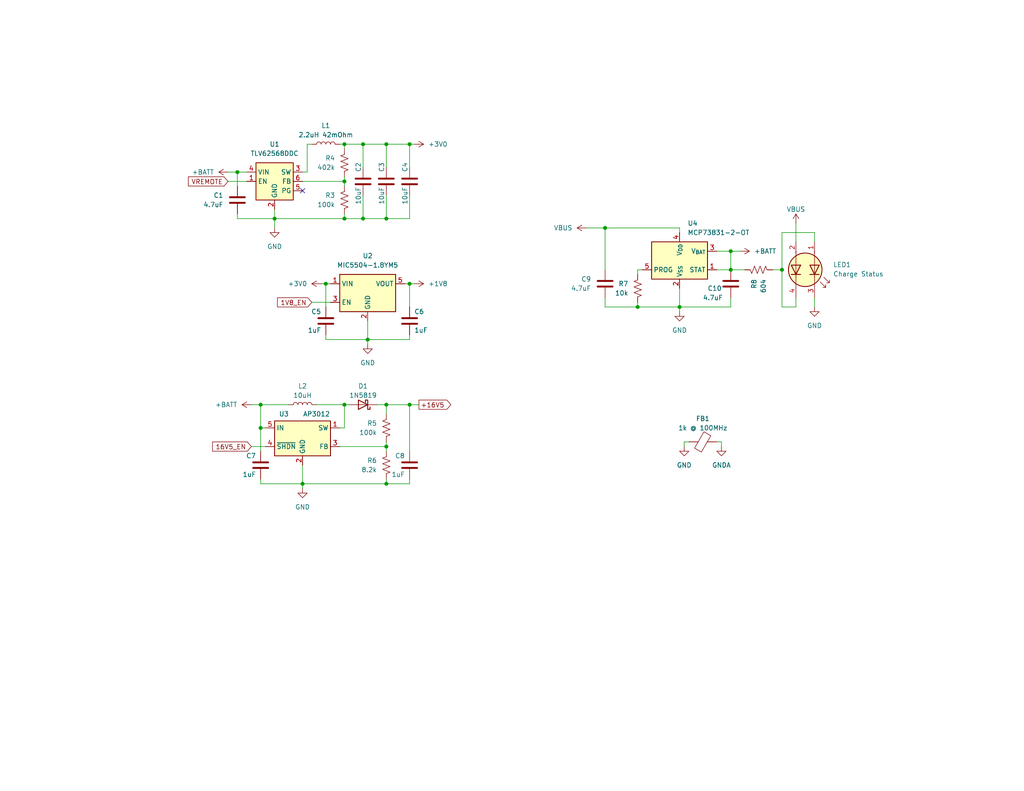
<source format=kicad_sch>
(kicad_sch (version 20230121) (generator eeschema)
  (paper "USLetter")
  (lib_symbols
    (symbol "Battery_Management:MCP73831-2-OT"
      (property "Reference" "U" (at -7.62 6.35 0))
      (property "Value" "MCP73831-2-OT" (at 1.27 6.35 0))
      (symbol "MCP73831-2-OT_0_1"
        (rectangle (start -7.62 5.08) (end 7.62 -5.08) (stroke (width 0.254)) (fill (type background)))
      )
      (symbol "MCP73831-2-OT_1_1"
        (pin output line (at 10.16 -2.54 180) (length 2.54) (name "STAT") (number "1"))
        (pin power_in line (at 0 -7.62 90) (length 2.54) (name "V_{SS}") (number "2"))
        (pin power_out line (at 10.16 2.54 180) (length 2.54) (name "V_{BAT}") (number "3"))
        (pin power_in line (at 0 7.62 270) (length 2.54) (name "V_{DD}") (number "4"))
        (pin input line (at -10.16 -2.54 0) (length 2.54) (name "PROG") (number "5"))
      )
    )
    (symbol "Device:C" (pin_numbers hide) (pin_names (offset 0.254))
      (property "Reference" "C" (at 0.635 2.54 0))
      (property "Value" "C" (at 0.635 -2.54 0))
      (symbol "C_0_1"
        (polyline (pts (xy -2.032 -0.762) (xy 2.032 -0.762)) (stroke (width 0.508)))
        (polyline (pts (xy -2.032 0.762) (xy 2.032 0.762)) (stroke (width 0.508)))
      )
      (symbol "C_1_1"
        (pin passive line (at 0 3.81 270) (length 2.794) (name "~") (number "1"))
        (pin passive line (at 0 -3.81 90) (length 2.794) (name "~") (number "2"))
      )
    )
    (symbol "Device:FerriteBead" (pin_numbers hide) (pin_names (offset 0))
      (property "Reference" "FB" (at -3.81 0.635 90))
      (property "Value" "FerriteBead" (at 3.81 0 90))
      (symbol "FerriteBead_0_1"
        (polyline (pts (xy 0 -1.27) (xy 0 -1.2192)))
        (polyline (pts (xy 0 1.27) (xy 0 1.2954)))
        (polyline (pts (xy -2.7686 0.4064) (xy -1.7018 2.2606) (xy 2.7686 -0.3048) (xy 1.6764 -2.159) (xy -2.7686 0.4064)))
      )
      (symbol "FerriteBead_1_1"
        (pin passive line (at 0 3.81 270) (length 2.54) (name "~") (number "1"))
        (pin passive line (at 0 -3.81 90) (length 2.54) (name "~") (number "2"))
      )
    )
    (symbol "Device:L" (pin_numbers hide) (pin_names (offset 1.016) hide)
      (property "Reference" "L" (at -1.27 0 90))
      (property "Value" "L" (at 1.905 0 90))
      (symbol "L_0_1"
        (arc (start 0 -2.54) (mid 0.6323 -1.905) (end 0 -1.27))
        (arc (start 0 -1.27) (mid 0.6323 -0.635) (end 0 0))
        (arc (start 0 0) (mid 0.6323 0.635) (end 0 1.27))
        (arc (start 0 1.27) (mid 0.6323 1.905) (end 0 2.54))
      )
      (symbol "L_1_1"
        (pin passive line (at 0 3.81 270) (length 1.27) (name "1") (number "1"))
        (pin passive line (at 0 -3.81 90) (length 1.27) (name "2") (number "2"))
      )
    )
    (symbol "Device:LED_Dual_AAKK" (pin_names (offset 0) hide)
      (property "Reference" "D" (at 0 5.715 0))
      (property "Value" "LED_Dual_AAKK" (at 0 -6.35 0))
      (symbol "LED_Dual_AAKK_0_1"
        (polyline (pts (xy -5.08 -2.54) (xy 2.032 -2.54)))
        (polyline (pts (xy -5.08 2.54) (xy 2.032 2.54)))
        (polyline (pts (xy 1.27 -1.27) (xy 1.27 -3.81)) (stroke (width 0.254)))
        (polyline (pts (xy 1.27 3.81) (xy 1.27 1.27)) (stroke (width 0.254)))
        (polyline (pts (xy 3.81 -2.54) (xy 1.905 -2.54)))
        (polyline (pts (xy 3.81 2.54) (xy 1.905 2.54)))
        (polyline (pts (xy -1.27 -1.27) (xy -1.27 -3.81) (xy 1.27 -2.54) (xy -1.27 -1.27)) (stroke (width 0.254)))
        (polyline (pts (xy -1.27 3.81) (xy -1.27 1.27) (xy 1.27 2.54) (xy -1.27 3.81)) (stroke (width 0.254)))
        (polyline (pts (xy 2.032 5.08) (xy 3.556 6.604) (xy 2.794 6.604) (xy 3.556 6.604) (xy 3.556 5.842)))
        (polyline (pts (xy 3.302 4.064) (xy 4.826 5.588) (xy 4.064 5.588) (xy 4.826 5.588) (xy 4.826 4.826)))
        (circle (center 0 0) (radius 4.572) (stroke (width 0.254)) (fill (type background)))
      )
      (symbol "LED_Dual_AAKK_1_1"
        (pin input line (at -7.62 2.54 0) (length 3.048) (name "A1") (number "1"))
        (pin input line (at -7.62 -2.54 0) (length 3.048) (name "A2") (number "2"))
        (pin input line (at 7.62 2.54 180) (length 3.81) (name "K1") (number "3"))
        (pin input line (at 7.62 -2.54 180) (length 3.81) (name "K2") (number "4"))
      )
    )
    (symbol "Device:R_US" (pin_numbers hide) (pin_names (offset 0))
      (property "Reference" "R" (at 2.54 0 90))
      (property "Value" "R_US" (at -2.54 0 90))
      (symbol "R_US_0_1"
        (polyline (pts (xy 0 -2.286) (xy 0 -2.54)))
        (polyline (pts (xy 0 2.286) (xy 0 2.54)))
        (polyline (pts (xy 0 -0.762) (xy 1.016 -1.143) (xy 0 -1.524) (xy -1.016 -1.905) (xy 0 -2.286)))
        (polyline (pts (xy 0 0.762) (xy 1.016 0.381) (xy 0 0) (xy -1.016 -0.381) (xy 0 -0.762)))
        (polyline (pts (xy 0 2.286) (xy 1.016 1.905) (xy 0 1.524) (xy -1.016 1.143) (xy 0 0.762)))
      )
      (symbol "R_US_1_1"
        (pin passive line (at 0 3.81 270) (length 1.27) (name "~") (number "1"))
        (pin passive line (at 0 -3.81 90) (length 1.27) (name "~") (number "2"))
      )
    )
    (symbol "Diode:1N5819" (pin_numbers hide) (pin_names (offset 1.016) hide)
      (property "Reference" "D" (at 0 2.54 0))
      (property "Value" "1N5819" (at 0 -2.54 0))
      (symbol "1N5819_0_1"
        (polyline (pts (xy 1.27 0) (xy -1.27 0)))
        (polyline (pts (xy 1.27 1.27) (xy 1.27 -1.27) (xy -1.27 0) (xy 1.27 1.27)) (stroke (width 0.254)))
        (polyline (pts (xy -1.905 0.635) (xy -1.905 1.27) (xy -1.27 1.27) (xy -1.27 -1.27) (xy -0.635 -1.27) (xy -0.635 -0.635)) (stroke (width 0.254)))
      )
      (symbol "1N5819_1_1"
        (pin passive line (at -3.81 0 0) (length 2.54) (name "K") (number "1"))
        (pin passive line (at 3.81 0 180) (length 2.54) (name "A") (number "2"))
      )
    )
    (symbol "Regulator_Linear:MIC5504-1.8YM5"
      (property "Reference" "U" (at -7.62 8.89 0))
      (property "Value" "MIC5504-1.8YM5" (at -7.62 6.35 0))
      (symbol "MIC5504-1.8YM5_0_1"
        (rectangle (start -7.62 -5.08) (end 7.62 5.08) (stroke (width 0.254)) (fill (type background)))
      )
      (symbol "MIC5504-1.8YM5_1_1"
        (pin power_in line (at -10.16 2.54 0) (length 2.54) (name "VIN") (number "1"))
        (pin power_in line (at 0 -7.62 90) (length 2.54) (name "GND") (number "2"))
        (pin input line (at -10.16 -2.54 0) (length 2.54) (name "EN") (number "3"))
        (pin no_connect line (at 7.62 -2.54 180) (length 2.54) hide (name "NC") (number "4"))
        (pin power_out line (at 10.16 2.54 180) (length 2.54) (name "VOUT") (number "5"))
      )
    )
    (symbol "Regulator_Switching:AP3012"
      (property "Reference" "U" (at -7.62 5.715 0))
      (property "Value" "AP3012" (at 0 5.715 0))
      (symbol "AP3012_0_1"
        (rectangle (start -7.62 4.445) (end 7.62 -5.08) (stroke (width 0.254)) (fill (type background)))
      )
      (symbol "AP3012_1_1"
        (pin passive line (at 10.16 2.54 180) (length 2.54) (name "SW") (number "1"))
        (pin power_in line (at 0 -7.62 90) (length 2.54) (name "GND") (number "2"))
        (pin input line (at 10.16 -2.54 180) (length 2.54) (name "FB") (number "3"))
        (pin input line (at -10.16 -2.54 0) (length 2.54) (name "~{SHDN}") (number "4"))
        (pin power_in line (at -10.16 2.54 0) (length 2.54) (name "IN") (number "5"))
      )
    )
    (symbol "Regulator_Switching:TLV62568DDC"
      (property "Reference" "U" (at -5.08 6.35 0))
      (property "Value" "TLV62568DDC" (at 0 6.35 0))
      (symbol "TLV62568DDC_0_1"
        (rectangle (start -5.08 5.08) (end 5.08 -5.08) (stroke (width 0.254)) (fill (type background)))
      )
      (symbol "TLV62568DDC_1_1"
        (pin input line (at -7.62 0 0) (length 2.54) (name "EN") (number "1"))
        (pin power_in line (at 0 -7.62 90) (length 2.54) (name "GND") (number "2"))
        (pin power_out line (at 7.62 2.54 180) (length 2.54) (name "SW") (number "3"))
        (pin power_in line (at -7.62 2.54 0) (length 2.54) (name "VIN") (number "4"))
        (pin open_collector line (at 7.62 -2.54 180) (length 2.54) (name "PG") (number "5"))
        (pin input line (at 7.62 0 180) (length 2.54) (name "FB") (number "6"))
      )
    )
    (symbol "power:+1V8" (power) (pin_names (offset 0))
      (property "Value" "+1V8" (at 0 3.556 0))
      (symbol "+1V8_0_1"
        (polyline (pts (xy -0.762 1.27) (xy 0 2.54)))
        (polyline (pts (xy 0 0) (xy 0 2.54)))
        (polyline (pts (xy 0 2.54) (xy 0.762 1.27)))
      )
      (symbol "+1V8_1_1"
        (pin power_in line (at 0 0 90) (length 0) hide (name "+1V8") (number "1"))
      )
    )
    (symbol "power:+3V0" (power) (pin_names (offset 0))
      (property "Value" "+3V0" (at 0 3.556 0))
      (symbol "+3V0_0_1"
        (polyline (pts (xy -0.762 1.27) (xy 0 2.54)))
        (polyline (pts (xy 0 0) (xy 0 2.54)))
        (polyline (pts (xy 0 2.54) (xy 0.762 1.27)))
      )
      (symbol "+3V0_1_1"
        (pin power_in line (at 0 0 90) (length 0) hide (name "+3V0") (number "1"))
      )
    )
    (symbol "power:+BATT" (power) (pin_names (offset 0))
      (property "Value" "+BATT" (at 0 3.556 0))
      (symbol "+BATT_0_1"
        (polyline (pts (xy -0.762 1.27) (xy 0 2.54)))
        (polyline (pts (xy 0 0) (xy 0 2.54)))
        (polyline (pts (xy 0 2.54) (xy 0.762 1.27)))
      )
      (symbol "+BATT_1_1"
        (pin power_in line (at 0 0 90) (length 0) hide (name "+BATT") (number "1"))
      )
    )
    (symbol "power:GND" (power) (pin_names (offset 0))
      (property "Value" "GND" (at 0 -3.81 0))
      (symbol "GND_0_1"
        (polyline (pts (xy 0 0) (xy 0 -1.27) (xy 1.27 -1.27) (xy 0 -2.54) (xy -1.27 -1.27) (xy 0 -1.27)))
      )
      (symbol "GND_1_1"
        (pin power_in line (at 0 0 270) (length 0) hide (name "GND") (number "1"))
      )
    )
    (symbol "power:GNDA" (power) (pin_names (offset 0))
      (property "Value" "GNDA" (at 0 -3.81 0))
      (symbol "GNDA_0_1"
        (polyline (pts (xy 0 0) (xy 0 -1.27) (xy 1.27 -1.27) (xy 0 -2.54) (xy -1.27 -1.27) (xy 0 -1.27)))
      )
      (symbol "GNDA_1_1"
        (pin power_in line (at 0 0 270) (length 0) hide (name "GNDA") (number "1"))
      )
    )
    (symbol "power:VBUS" (power) (pin_names (offset 0))
      (property "Value" "VBUS" (at 0 3.81 0))
      (symbol "VBUS_0_1"
        (polyline (pts (xy -0.762 1.27) (xy 0 2.54)))
        (polyline (pts (xy 0 0) (xy 0 2.54)))
        (polyline (pts (xy 0 2.54) (xy 0.762 1.27)))
      )
      (symbol "VBUS_1_1"
        (pin power_in line (at 0 0 90) (length 0) hide (name "VBUS") (number "1"))
      )
    )
  )
  (junction (at 99.06 59.69))
  (junction (at 71.12 110.49))
  (junction (at 71.12 116.84))
  (junction (at 111.76 39.37))
  (junction (at 88.9 77.47))
  (junction (at 173.99 83.82))
  (junction (at 100.33 92.71))
  (junction (at 111.76 110.49))
  (junction (at 105.41 59.69))
  (junction (at 99.06 39.37))
  (junction (at 185.42 83.82))
  (junction (at 93.98 39.37))
  (junction (at 165.1 62.23))
  (junction (at 82.55 132.08))
  (junction (at 93.98 59.69))
  (junction (at 199.39 73.66))
  (junction (at 74.93 59.69))
  (junction (at 105.41 132.08))
  (junction (at 105.41 39.37))
  (junction (at 111.76 77.47))
  (junction (at 105.41 110.49))
  (junction (at 213.36 73.66))
  (junction (at 93.98 49.53))
  (junction (at 199.39 68.58))
  (junction (at 93.98 110.49))
  (junction (at 64.77 46.99))
  (junction (at 105.41 121.92))
  (no_connect (at 82.55 52.07))
  (wire (pts (xy 195.58 73.66) (xy 199.39 73.66)))
  (wire (pts (xy 105.41 121.92) (xy 105.41 120.65)))
  (wire (pts (xy 99.06 59.69) (xy 105.41 59.69)))
  (wire (pts (xy 92.71 121.92) (xy 105.41 121.92)))
  (wire (pts (xy 82.55 127) (xy 82.55 132.08)))
  (wire (pts (xy 105.41 110.49) (xy 111.76 110.49)))
  (wire (pts (xy 199.39 68.58) (xy 201.93 68.58)))
  (wire (pts (xy 105.41 121.92) (xy 105.41 123.19)))
  (wire (pts (xy 111.76 39.37) (xy 113.03 39.37)))
  (wire (pts (xy 85.09 82.55) (xy 90.17 82.55)))
  (wire (pts (xy 93.98 110.49) (xy 95.25 110.49)))
  (wire (pts (xy 100.33 87.63) (xy 100.33 92.71)))
  (wire (pts (xy 82.55 132.08) (xy 105.41 132.08)))
  (wire (pts (xy 93.98 49.53) (xy 93.98 50.8)))
  (wire (pts (xy 92.71 116.84) (xy 93.98 116.84)))
  (wire (pts (xy 105.41 59.69) (xy 111.76 59.69)))
  (wire (pts (xy 64.77 59.69) (xy 74.93 59.69)))
  (wire (pts (xy 185.42 78.74) (xy 185.42 83.82)))
  (wire (pts (xy 110.49 77.47) (xy 111.76 77.47)))
  (wire (pts (xy 196.85 120.65) (xy 196.85 121.92)))
  (wire (pts (xy 105.41 39.37) (xy 111.76 39.37)))
  (wire (pts (xy 100.33 92.71) (xy 100.33 93.98)))
  (wire (pts (xy 105.41 130.81) (xy 105.41 132.08)))
  (wire (pts (xy 93.98 59.69) (xy 99.06 59.69)))
  (wire (pts (xy 195.58 68.58) (xy 199.39 68.58)))
  (wire (pts (xy 71.12 110.49) (xy 78.74 110.49)))
  (wire (pts (xy 165.1 62.23) (xy 185.42 62.23)))
  (wire (pts (xy 213.36 83.82) (xy 217.17 83.82)))
  (wire (pts (xy 92.71 39.37) (xy 93.98 39.37)))
  (wire (pts (xy 173.99 73.66) (xy 173.99 74.93)))
  (wire (pts (xy 71.12 116.84) (xy 71.12 110.49)))
  (wire (pts (xy 71.12 116.84) (xy 72.39 116.84)))
  (wire (pts (xy 222.25 83.82) (xy 222.25 81.28)))
  (wire (pts (xy 85.09 39.37) (xy 83.82 39.37)))
  (wire (pts (xy 88.9 92.71) (xy 100.33 92.71)))
  (wire (pts (xy 83.82 39.37) (xy 83.82 46.99)))
  (wire (pts (xy 93.98 59.69) (xy 93.98 58.42)))
  (wire (pts (xy 64.77 46.99) (xy 64.77 50.8)))
  (wire (pts (xy 213.36 73.66) (xy 213.36 83.82)))
  (wire (pts (xy 185.42 63.5) (xy 185.42 62.23)))
  (wire (pts (xy 100.33 92.71) (xy 111.76 92.71)))
  (wire (pts (xy 186.69 120.65) (xy 186.69 121.92)))
  (wire (pts (xy 199.39 83.82) (xy 199.39 81.28)))
  (wire (pts (xy 111.76 92.71) (xy 111.76 91.44)))
  (wire (pts (xy 173.99 82.55) (xy 173.99 83.82)))
  (wire (pts (xy 93.98 39.37) (xy 99.06 39.37)))
  (wire (pts (xy 68.58 121.92) (xy 72.39 121.92)))
  (wire (pts (xy 213.36 63.5) (xy 222.25 63.5)))
  (wire (pts (xy 210.82 73.66) (xy 213.36 73.66)))
  (wire (pts (xy 173.99 83.82) (xy 165.1 83.82)))
  (wire (pts (xy 175.26 73.66) (xy 173.99 73.66)))
  (wire (pts (xy 99.06 59.69) (xy 99.06 53.34)))
  (wire (pts (xy 105.41 132.08) (xy 111.76 132.08)))
  (wire (pts (xy 111.76 132.08) (xy 111.76 130.81)))
  (wire (pts (xy 105.41 59.69) (xy 105.41 53.34)))
  (wire (pts (xy 88.9 77.47) (xy 90.17 77.47)))
  (wire (pts (xy 62.23 49.53) (xy 67.31 49.53)))
  (wire (pts (xy 173.99 83.82) (xy 185.42 83.82)))
  (wire (pts (xy 111.76 77.47) (xy 113.03 77.47)))
  (wire (pts (xy 88.9 91.44) (xy 88.9 92.71)))
  (wire (pts (xy 99.06 39.37) (xy 105.41 39.37)))
  (wire (pts (xy 195.58 120.65) (xy 196.85 120.65)))
  (wire (pts (xy 199.39 73.66) (xy 203.2 73.66)))
  (wire (pts (xy 88.9 77.47) (xy 88.9 83.82)))
  (wire (pts (xy 111.76 77.47) (xy 111.76 83.82)))
  (wire (pts (xy 102.87 110.49) (xy 105.41 110.49)))
  (wire (pts (xy 222.25 63.5) (xy 222.25 66.04)))
  (wire (pts (xy 185.42 83.82) (xy 185.42 85.09)))
  (wire (pts (xy 111.76 59.69) (xy 111.76 53.34)))
  (wire (pts (xy 74.93 59.69) (xy 93.98 59.69)))
  (wire (pts (xy 165.1 83.82) (xy 165.1 81.28)))
  (wire (pts (xy 74.93 57.15) (xy 74.93 59.69)))
  (wire (pts (xy 86.36 110.49) (xy 93.98 110.49)))
  (wire (pts (xy 111.76 110.49) (xy 114.3 110.49)))
  (wire (pts (xy 68.58 110.49) (xy 71.12 110.49)))
  (wire (pts (xy 62.23 46.99) (xy 64.77 46.99)))
  (wire (pts (xy 71.12 132.08) (xy 82.55 132.08)))
  (wire (pts (xy 71.12 116.84) (xy 71.12 123.19)))
  (wire (pts (xy 83.82 46.99) (xy 82.55 46.99)))
  (wire (pts (xy 87.63 77.47) (xy 88.9 77.47)))
  (wire (pts (xy 93.98 49.53) (xy 93.98 48.26)))
  (wire (pts (xy 93.98 39.37) (xy 93.98 40.64)))
  (wire (pts (xy 82.55 132.08) (xy 82.55 133.35)))
  (wire (pts (xy 185.42 83.82) (xy 199.39 83.82)))
  (wire (pts (xy 217.17 60.96) (xy 217.17 66.04)))
  (wire (pts (xy 105.41 113.03) (xy 105.41 110.49)))
  (wire (pts (xy 99.06 39.37) (xy 99.06 45.72)))
  (wire (pts (xy 199.39 68.58) (xy 199.39 73.66)))
  (wire (pts (xy 165.1 62.23) (xy 165.1 73.66)))
  (wire (pts (xy 93.98 110.49) (xy 93.98 116.84)))
  (wire (pts (xy 160.02 62.23) (xy 165.1 62.23)))
  (wire (pts (xy 82.55 49.53) (xy 93.98 49.53)))
  (wire (pts (xy 74.93 59.69) (xy 74.93 62.23)))
  (wire (pts (xy 111.76 39.37) (xy 111.76 45.72)))
  (wire (pts (xy 64.77 58.42) (xy 64.77 59.69)))
  (wire (pts (xy 64.77 46.99) (xy 67.31 46.99)))
  (wire (pts (xy 105.41 39.37) (xy 105.41 45.72)))
  (wire (pts (xy 111.76 110.49) (xy 111.76 123.19)))
  (wire (pts (xy 187.96 120.65) (xy 186.69 120.65)))
  (wire (pts (xy 71.12 130.81) (xy 71.12 132.08)))
  (wire (pts (xy 213.36 63.5) (xy 213.36 73.66)))
  (wire (pts (xy 217.17 81.28) (xy 217.17 83.82)))
  (global_label "16V5_EN" (shape input) (at 68.58 121.92 180) (property "Intersheetrefs" "${INTERSHEET_REFS}" (effects hide)))
  (global_label "VREMOTE" (shape input) (at 62.23 49.53 180) (property "Intersheetrefs" "${INTERSHEET_REFS}" (effects hide)))
  (global_label "1V8_EN" (shape input) (at 85.09 82.55 180) (property "Intersheetrefs" "${INTERSHEET_REFS}" (effects hide)))
  (global_label "+16V5" (shape output) (at 114.3 110.49 0) (property "Intersheetrefs" "${INTERSHEET_REFS}" (effects hide)))
  (symbol (lib_id "Device:R_US") (at 207.01 73.66 270) (mirror x) (unit 1)
    (property "Reference" "R8" (at 205.74 76.2 0) (effects (justify right)))
    (property "Value" "604" (at 208.28 76.2 0) (effects (justify right)))
    (property "Footprint" "Resistor_SMD:R_0603_1608Metric" (effects hide))
  )
  (symbol (lib_id "power:+BATT") (at 68.58 110.49 90) (unit 1)
    (property "Reference" "#PWR012" (effects hide))
    (property "Value" "+BATT" (at 64.77 110.49 90) (effects (justify left)))
  )
  (symbol (lib_id "power:GNDA") (at 196.85 121.92 0) (unit 1)
    (property "Reference" "#PWR024" (effects hide))
    (property "Value" "GNDA" (at 196.85 127 0))
    (instances (project "bt-md-remote" (path "" (reference "#PWR024") (unit 1)) (path "" (reference "#PWR025") (unit 1))))
  )
  (symbol (lib_id "Device:R_US") (at 105.41 127 0) (mirror x) (unit 1)
    (property "Reference" "R6" (at 102.87 125.73 0) (effects (justify right)))
    (property "Value" "8.2k" (at 102.87 128.27 0) (effects (justify right)))
    (property "Footprint" "Resistor_SMD:R_0603_1608Metric" (effects hide))
  )
  (symbol (lib_id "power:GND") (at 186.69 121.92 0) (unit 1)
    (property "Reference" "#PWR024" (effects hide))
    (property "Value" "GND" (at 186.69 127 0))
    (instances (project "bt-md-remote" (path "" (reference "#PWR024") (unit 1)) (path "" (reference "#PWR025") (unit 1))))
  )
  (symbol (lib_id "Device:C") (at 111.76 49.53 0) (mirror x) (unit 1)
    (property "Reference" "C4" (at 110.49 46.99 90) (effects (justify right)))
    (property "Value" "10uF" (at 110.49 55.88 90) (effects (justify right)))
    (property "Footprint" "Capacitor_SMD:C_0402_1005Metric" (effects hide))
  )
  (symbol (lib_id "power:+3V0") (at 87.63 77.47 90) (unit 1)
    (property "Reference" "#PWR08" (effects hide))
    (property "Value" "+3V0" (at 83.82 77.47 90) (effects (justify left)))
  )
  (symbol (lib_id "Device:C") (at 99.06 49.53 0) (mirror x) (unit 1)
    (property "Reference" "C2" (at 97.79 46.99 90) (effects (justify right)))
    (property "Value" "10uF" (at 97.79 55.88 90) (effects (justify right)))
    (property "Footprint" "Capacitor_SMD:C_0402_1005Metric" (effects hide))
  )
  (symbol (lib_id "power:VBUS") (at 160.02 62.23 90) (unit 1)
    (property "Reference" "#PWR07" (effects hide))
    (property "Value" "VBUS" (at 156.21 62.23 90) (effects (justify left)))
    (instances (project "bt-md-remote" (path "" (reference "#PWR07") (unit 1)) (path "" (reference "#PWR015") (unit 1))))
  )
  (symbol (lib_id "Device:FerriteBead") (at 191.77 120.65 90) (unit 1)
    (property "Reference" "FB1" (at 191.77 114.3 90))
    (property "Value" "1k @ 100MHz" (at 191.77 116.84 90))
    (property "Footprint" "Inductor_SMD:L_0402_1005Metric" (effects hide))
  )
  (symbol (lib_id "Device:R_US") (at 93.98 54.61 0) (mirror x) (unit 1)
    (property "Reference" "R3" (at 91.44 53.34 0) (effects (justify right)))
    (property "Value" "100k" (at 91.44 55.88 0) (effects (justify right)))
    (property "Footprint" "Resistor_SMD:R_0603_1608Metric" (effects hide))
  )
  (symbol (lib_id "Device:L") (at 88.9 39.37 90) (unit 1)
    (property "Reference" "L1" (at 88.9 34.29 90))
    (property "Value" "2.2uH 42mOhm" (at 88.9 36.83 90))
    (property "Footprint" "Inductor_SMD:L_Taiyo-Yuden_NR-40xx" (effects hide))
  )
  (symbol (lib_id "power:+BATT") (at 62.23 46.99 90) (unit 1)
    (property "Reference" "#PWR016" (effects hide))
    (property "Value" "+BATT" (at 58.42 46.99 90) (effects (justify left)))
  )
  (symbol (lib_id "Regulator_Linear:MIC5504-1.8YM5") (at 100.33 80.01 0) (unit 1)
    (property "Reference" "U2" (at 100.33 69.85 0))
    (property "Value" "MIC5504-1.8YM5" (at 100.33 72.39 0))
    (property "Footprint" "Package_TO_SOT_SMD:SOT-23-5" (effects hide))
    (property "Datasheet" "http://ww1.microchip.com/downloads/en/DeviceDoc/MIC550X.pdf" (effects hide))
  )
  (symbol (lib_id "Device:C") (at 71.12 127 0) (mirror x) (unit 1)
    (property "Reference" "C7" (at 69.85 124.46 0) (effects (justify right)))
    (property "Value" "1uF" (at 69.85 129.54 0) (effects (justify right)))
    (property "Footprint" "Capacitor_SMD:C_0402_1005Metric" (effects hide))
  )
  (symbol (lib_id "Device:L") (at 82.55 110.49 90) (unit 1)
    (property "Reference" "L2" (at 82.55 105.41 90))
    (property "Value" "10uH" (at 82.55 107.95 90))
    (property "Footprint" "Inductor_SMD:L_Taiyo-Yuden_NR-40xx" (effects hide))
  )
  (symbol (lib_id "Device:C") (at 105.41 49.53 0) (mirror x) (unit 1)
    (property "Reference" "C3" (at 104.14 46.99 90) (effects (justify right)))
    (property "Value" "10uF" (at 104.14 55.88 90) (effects (justify right)))
    (property "Footprint" "Capacitor_SMD:C_0402_1005Metric" (effects hide))
  )
  (symbol (lib_id "Device:R_US") (at 105.41 116.84 0) (mirror x) (unit 1)
    (property "Reference" "R5" (at 102.87 115.57 0) (effects (justify right)))
    (property "Value" "100k" (at 102.87 118.11 0) (effects (justify right)))
    (property "Footprint" "Resistor_SMD:R_0603_1608Metric" (effects hide))
  )
  (symbol (lib_id "Device:R_US") (at 93.98 44.45 0) (mirror x) (unit 1)
    (property "Reference" "R4" (at 91.44 43.18 0) (effects (justify right)))
    (property "Value" "402k" (at 91.44 45.72 0) (effects (justify right)))
    (property "Footprint" "Resistor_SMD:R_0603_1608Metric" (effects hide))
  )
  (symbol (lib_id "Regulator_Switching:TLV62568DDC") (at 74.93 49.53 0) (unit 1)
    (property "Reference" "U1" (at 74.93 39.37 0))
    (property "Value" "TLV62568DDC" (at 74.93 41.91 0))
    (property "Footprint" "Package_TO_SOT_SMD:SOT-23-6" (effects hide))
    (property "Datasheet" "http://www.ti.com/lit/ds/symlink/tlv62568.pdf" (effects hide))
  )
  (symbol (lib_id "power:GND") (at 100.33 93.98 0) (unit 1)
    (property "Reference" "#PWR09" (effects hide))
    (property "Value" "GND" (at 100.33 99.06 0))
  )
  (symbol (lib_id "Device:C") (at 64.77 54.61 0) (mirror x) (unit 1)
    (property "Reference" "C1" (at 60.96 53.34 0) (effects (justify right)))
    (property "Value" "4.7uF" (at 60.96 55.88 0) (effects (justify right)))
    (property "Footprint" "Capacitor_SMD:C_0402_1005Metric" (effects hide))
  )
  (symbol (lib_id "Device:C") (at 199.39 77.47 180) (unit 1)
    (property "Reference" "C10" (at 193.04 78.74 0) (effects (justify right)))
    (property "Value" "4.7uF" (at 191.77 81.28 0) (effects (justify right)))
    (property "Footprint" "Capacitor_SMD:C_0402_1005Metric" (effects hide))
  )
  (symbol (lib_id "Device:LED_Dual_AAKK") (at 219.71 73.66 270) (unit 1)
    (property "Reference" "LED1" (at 227.33 72.263 90) (effects (justify left)))
    (property "Value" "Charge Status" (at 227.33 74.803 90) (effects (justify left)))
    (property "Footprint" "LED_SMD:LED_RGB_Wuerth-PLCC4_3.2x2.8mm_150141M173100" (effects hide))
  )
  (symbol (lib_id "power:+3V0") (at 113.03 39.37 270) (unit 1)
    (property "Reference" "#PWR06" (effects hide))
    (property "Value" "+3V0" (at 116.84 39.37 90) (effects (justify left)))
  )
  (symbol (lib_id "Diode:1N5819") (at 99.06 110.49 180) (unit 1)
    (property "Reference" "D1" (at 99.06 105.41 0))
    (property "Value" "1N5819" (at 99.06 107.95 0))
    (property "Footprint" "Diode_THT:D_DO-41_SOD81_P10.16mm_Horizontal" (effects hide))
    (property "Datasheet" "http://www.vishay.com/docs/88525/1n5817.pdf" (effects hide))
  )
  (symbol (lib_id "power:+1V8") (at 113.03 77.47 270) (unit 1)
    (property "Reference" "#PWR010" (effects hide))
    (property "Value" "+1V8" (at 116.84 77.47 90) (effects (justify left)))
  )
  (symbol (lib_id "power:GND") (at 74.93 62.23 0) (unit 1)
    (property "Reference" "#PWR04" (effects hide))
    (property "Value" "GND" (at 74.93 67.31 0))
  )
  (symbol (lib_id "Device:C") (at 88.9 87.63 0) (mirror x) (unit 1)
    (property "Reference" "C5" (at 87.63 85.09 0) (effects (justify right)))
    (property "Value" "1uF" (at 87.63 90.17 0) (effects (justify right)))
    (property "Footprint" "Capacitor_SMD:C_0402_1005Metric" (effects hide))
  )
  (symbol (lib_id "Device:C") (at 111.76 127 0) (mirror x) (unit 1)
    (property "Reference" "C8" (at 110.49 124.46 0) (effects (justify right)))
    (property "Value" "1uF" (at 110.49 129.54 0) (effects (justify right)))
    (property "Footprint" "Capacitor_SMD:C_0402_1005Metric" (effects hide))
  )
  (symbol (lib_id "power:+BATT") (at 201.93 68.58 270) (unit 1)
    (property "Reference" "#PWR017" (effects hide))
    (property "Value" "+BATT" (at 205.74 68.58 90) (effects (justify left)))
  )
  (symbol (lib_id "power:GND") (at 82.55 133.35 0) (unit 1)
    (property "Reference" "#PWR011" (effects hide))
    (property "Value" "GND" (at 82.55 138.43 0))
  )
  (symbol (lib_id "Device:R_US") (at 173.99 78.74 0) (mirror x) (unit 1)
    (property "Reference" "R7" (at 171.45 77.47 0) (effects (justify right)))
    (property "Value" "10k" (at 171.45 80.01 0) (effects (justify right)))
    (property "Footprint" "Resistor_SMD:R_0603_1608Metric" (effects hide))
  )
  (symbol (lib_id "Regulator_Switching:AP3012") (at 82.55 119.38 0) (unit 1)
    (property "Reference" "U3" (at 77.47 113.03 0))
    (property "Value" "AP3012" (at 86.36 113.03 0))
    (property "Footprint" "Package_TO_SOT_SMD:SOT-23-5" (effects hide))
    (property "Datasheet" "https://www.diodes.com/assets/Datasheets/AP3012.pdf" (effects hide))
  )
  (symbol (lib_id "Battery_Management:MCP73831-2-OT") (at 185.42 71.12 0) (unit 1)
    (property "Reference" "U4" (at 187.6141 60.96 0) (effects (justify left)))
    (property "Value" "MCP73831-2-OT" (at 187.6141 63.5 0) (effects (justify left)))
    (property "Footprint" "Package_TO_SOT_SMD:SOT-23-5" (effects hide))
    (property "Datasheet" "http://ww1.microchip.com/downloads/en/DeviceDoc/20001984g.pdf" (effects hide))
  )
  (symbol (lib_id "power:GND") (at 222.25 83.82 0) (unit 1)
    (property "Reference" "#PWR018" (effects hide))
    (property "Value" "GND" (at 222.25 88.9 0))
  )
  (symbol (lib_id "power:VBUS") (at 217.17 60.96 0) (unit 1)
    (property "Reference" "#PWR07" (effects hide))
    (property "Value" "VBUS" (at 217.17 57.15 0))
    (instances (project "bt-md-remote" (path "" (reference "#PWR07") (unit 1)) (path "" (reference "#PWR019") (unit 1))))
  )
  (symbol (lib_id "Device:C") (at 165.1 77.47 0) (mirror x) (unit 1)
    (property "Reference" "C9" (at 161.29 76.2 0) (effects (justify right)))
    (property "Value" "4.7uF" (at 161.29 78.74 0) (effects (justify right)))
    (property "Footprint" "Capacitor_SMD:C_0402_1005Metric" (effects hide))
  )
  (symbol (lib_id "power:GND") (at 185.42 85.09 0) (unit 1)
    (property "Reference" "#PWR014" (effects hide))
    (property "Value" "GND" (at 185.42 90.17 0))
  )
  (symbol (lib_id "Device:C") (at 111.76 87.63 180) (unit 1)
    (property "Reference" "C6" (at 113.03 85.09 0) (effects (justify right)))
    (property "Value" "1uF" (at 113.03 90.17 0) (effects (justify right)))
    (property "Footprint" "Capacitor_SMD:C_0402_1005Metric" (effects hide))
  )
)
</source>
